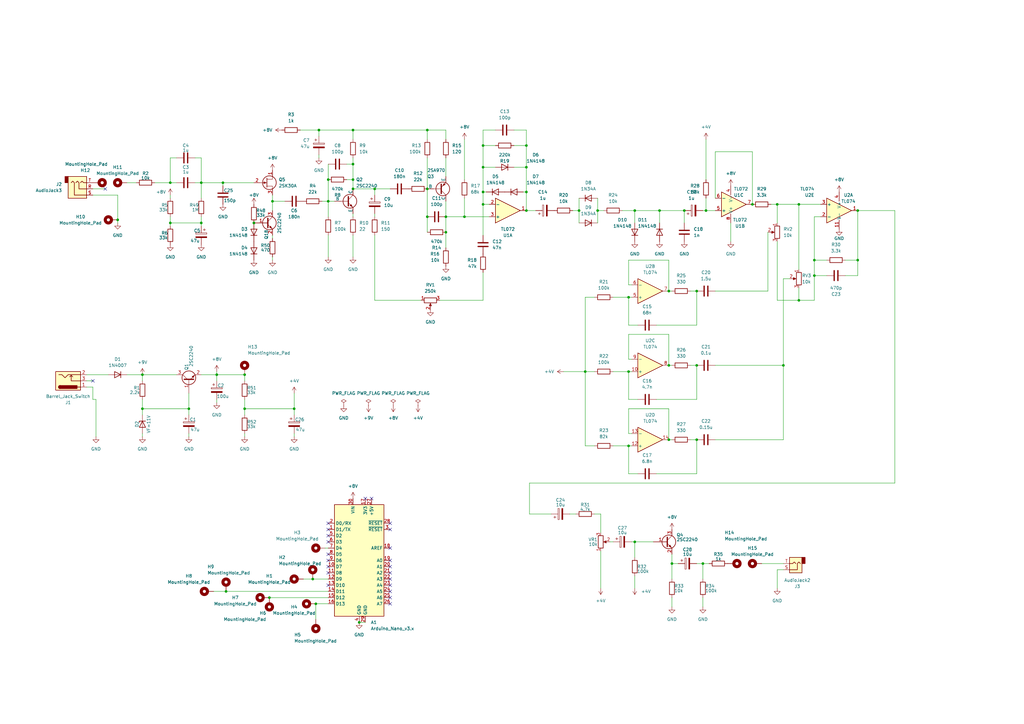
<source format=kicad_sch>
(kicad_sch (version 20230121) (generator eeschema)
  (paper "A3")
  (junction (at 92.71 242.57))
  (junction (at 351.79 106.68))
  (junction (at 147.32 255.27))
  (junction (at 334.01 113.03))
  (junction (at 104.14 91.44))
  (junction (at 69.85 91.44))
  (junction (at 308.61 83.82))
  (junction (at 91.44 74.93))
  (junction (at 321.31 149.86))
  (junction (at 215.9 78.74))
  (junction (at 82.55 91.44))
  (junction (at 240.03 152.4))
  (junction (at 198.12 59.69))
  (junction (at 285.75 119.38))
  (junction (at 215.9 68.58))
  (junction (at 100.33 153.67))
  (junction (at 82.55 74.93))
  (junction (at 274.32 180.34))
  (junction (at 129.54 247.65))
  (junction (at 280.67 86.36))
  (junction (at 289.56 86.36))
  (junction (at 274.32 149.86))
  (junction (at 275.59 231.14))
  (junction (at 144.78 77.47))
  (junction (at 175.26 88.9))
  (junction (at 128.27 237.49))
  (junction (at 327.66 123.19))
  (junction (at 318.77 83.82))
  (junction (at 144.78 53.34))
  (junction (at 327.66 83.82))
  (junction (at 134.62 82.55))
  (junction (at 334.01 106.68))
  (junction (at 274.32 119.38))
  (junction (at 285.75 149.86))
  (junction (at 130.81 53.34))
  (junction (at 111.76 82.55))
  (junction (at 110.49 245.11))
  (junction (at 190.5 88.9))
  (junction (at 237.49 86.36))
  (junction (at 69.85 74.93))
  (junction (at 285.75 180.34))
  (junction (at 144.78 73.66))
  (junction (at 100.33 167.64))
  (junction (at 257.81 152.4))
  (junction (at 88.9 153.67))
  (junction (at 257.81 182.88))
  (junction (at 260.35 222.25))
  (junction (at 215.9 86.36))
  (junction (at 175.26 77.47))
  (junction (at 215.9 59.69))
  (junction (at 120.65 167.64))
  (junction (at 288.29 231.14))
  (junction (at 58.42 153.67))
  (junction (at 153.67 77.47))
  (junction (at 77.47 167.64))
  (junction (at 58.42 167.64))
  (junction (at 245.11 86.36))
  (junction (at 182.88 95.25))
  (junction (at 198.12 83.82))
  (junction (at 175.26 53.34))
  (junction (at 198.12 78.74))
  (junction (at 270.51 86.36))
  (junction (at 134.62 73.66))
  (junction (at 182.88 88.9))
  (junction (at 48.26 90.17))
  (junction (at 198.12 68.58))
  (junction (at 257.81 121.92))
  (junction (at 144.78 67.31))
  (junction (at 351.79 86.36))
  (junction (at 260.35 86.36))
  (no_connect (at 134.62 217.17))
  (no_connect (at 160.02 214.63))
  (no_connect (at 149.86 204.47))
  (no_connect (at 160.02 229.87))
  (no_connect (at 134.62 222.25))
  (no_connect (at 160.02 245.11))
  (no_connect (at 134.62 214.63))
  (no_connect (at 134.62 232.41))
  (no_connect (at 134.62 219.71))
  (no_connect (at 160.02 240.03))
  (no_connect (at 134.62 234.95))
  (no_connect (at 160.02 224.79))
  (no_connect (at 134.62 240.03))
  (no_connect (at 160.02 234.95))
  (no_connect (at 134.62 227.33))
  (no_connect (at 38.1 156.21))
  (no_connect (at 160.02 232.41))
  (no_connect (at 160.02 247.65))
  (no_connect (at 160.02 242.57))
  (no_connect (at 43.18 77.47))
  (no_connect (at 160.02 217.17))
  (no_connect (at 160.02 237.49))
  (no_connect (at 134.62 229.87))
  (no_connect (at 152.4 204.47))
  (wire (pts (xy 280.67 86.36) (xy 280.67 91.44)))
  (wire (pts (xy 153.67 77.47) (xy 153.67 80.01)))
  (wire (pts (xy 240.03 152.4) (xy 240.03 121.92)))
  (wire (pts (xy 144.78 73.66) (xy 144.78 77.47)))
  (wire (pts (xy 111.76 96.52) (xy 111.76 97.79)))
  (wire (pts (xy 142.24 67.31) (xy 144.78 67.31)))
  (wire (pts (xy 288.29 231.14) (xy 290.83 231.14)))
  (wire (pts (xy 87.63 242.57) (xy 92.71 242.57)))
  (wire (pts (xy 35.56 156.21) (xy 38.1 156.21)))
  (wire (pts (xy 58.42 167.64) (xy 58.42 170.18)))
  (wire (pts (xy 215.9 68.58) (xy 215.9 78.74)))
  (wire (pts (xy 236.22 210.82) (xy 233.68 210.82)))
  (wire (pts (xy 69.85 74.93) (xy 72.39 74.93)))
  (wire (pts (xy 240.03 182.88) (xy 243.84 182.88)))
  (wire (pts (xy 214.63 78.74) (xy 215.9 78.74)))
  (wire (pts (xy 210.82 68.58) (xy 215.9 68.58)))
  (wire (pts (xy 38.1 80.01) (xy 48.26 80.01)))
  (wire (pts (xy 257.81 182.88) (xy 259.08 182.88)))
  (wire (pts (xy 100.33 170.18) (xy 100.33 167.64)))
  (wire (pts (xy 210.82 59.69) (xy 215.9 59.69)))
  (wire (pts (xy 288.29 86.36) (xy 289.56 86.36)))
  (wire (pts (xy 339.09 113.03) (xy 334.01 113.03)))
  (wire (pts (xy 260.35 86.36) (xy 270.51 86.36)))
  (wire (pts (xy 175.26 77.47) (xy 175.26 88.9)))
  (wire (pts (xy 278.13 231.14) (xy 275.59 231.14)))
  (wire (pts (xy 38.1 77.47) (xy 43.18 77.47)))
  (wire (pts (xy 312.42 231.14) (xy 321.31 231.14)))
  (wire (pts (xy 91.44 76.2) (xy 91.44 74.93)))
  (wire (pts (xy 142.24 73.66) (xy 144.78 73.66)))
  (wire (pts (xy 72.39 153.67) (xy 58.42 153.67)))
  (wire (pts (xy 52.07 74.93) (xy 55.88 74.93)))
  (wire (pts (xy 153.67 77.47) (xy 160.02 77.47)))
  (wire (pts (xy 257.81 133.35) (xy 257.81 121.92)))
  (wire (pts (xy 111.76 105.41) (xy 111.76 106.68)))
  (wire (pts (xy 257.81 177.8) (xy 259.08 177.8)))
  (wire (pts (xy 129.54 247.65) (xy 134.62 247.65)))
  (wire (pts (xy 144.78 64.77) (xy 144.78 67.31)))
  (wire (pts (xy 321.31 180.34) (xy 321.31 149.86)))
  (wire (pts (xy 261.62 194.31) (xy 257.81 194.31)))
  (wire (pts (xy 257.81 116.84) (xy 259.08 116.84)))
  (wire (pts (xy 58.42 179.07) (xy 58.42 177.8)))
  (wire (pts (xy 237.49 86.36) (xy 237.49 91.44)))
  (wire (pts (xy 293.37 180.34) (xy 321.31 180.34)))
  (wire (pts (xy 270.51 86.36) (xy 280.67 86.36)))
  (wire (pts (xy 129.54 247.65) (xy 129.54 254)))
  (wire (pts (xy 130.81 63.5) (xy 130.81 64.77)))
  (wire (pts (xy 288.29 231.14) (xy 288.29 237.49)))
  (wire (pts (xy 120.65 167.64) (xy 120.65 170.18)))
  (wire (pts (xy 274.32 167.64) (xy 257.81 167.64)))
  (wire (pts (xy 257.81 147.32) (xy 259.08 147.32)))
  (wire (pts (xy 200.66 88.9) (xy 190.5 88.9)))
  (wire (pts (xy 215.9 59.69) (xy 215.9 68.58)))
  (wire (pts (xy 100.33 177.8) (xy 100.33 179.07)))
  (wire (pts (xy 77.47 161.29) (xy 77.47 167.64)))
  (wire (pts (xy 175.26 53.34) (xy 144.78 53.34)))
  (wire (pts (xy 190.5 81.28) (xy 190.5 88.9)))
  (wire (pts (xy 69.85 88.9) (xy 69.85 91.44)))
  (wire (pts (xy 203.2 53.34) (xy 198.12 53.34)))
  (wire (pts (xy 257.81 167.64) (xy 257.81 177.8)))
  (wire (pts (xy 182.88 57.15) (xy 182.88 53.34)))
  (wire (pts (xy 327.66 123.19) (xy 318.77 123.19)))
  (wire (pts (xy 245.11 86.36) (xy 245.11 91.44)))
  (wire (pts (xy 82.55 74.93) (xy 91.44 74.93)))
  (wire (pts (xy 275.59 227.33) (xy 275.59 231.14)))
  (wire (pts (xy 128.27 237.49) (xy 134.62 237.49)))
  (wire (pts (xy 269.24 194.31) (xy 285.75 194.31)))
  (wire (pts (xy 261.62 163.83) (xy 257.81 163.83)))
  (wire (pts (xy 134.62 82.55) (xy 134.62 88.9)))
  (wire (pts (xy 200.66 83.82) (xy 198.12 83.82)))
  (wire (pts (xy 120.65 179.07) (xy 120.65 177.8)))
  (wire (pts (xy 124.46 237.49) (xy 128.27 237.49)))
  (wire (pts (xy 318.77 123.19) (xy 318.77 99.06)))
  (wire (pts (xy 314.96 95.25) (xy 314.96 119.38)))
  (wire (pts (xy 182.88 95.25) (xy 182.88 101.6)))
  (wire (pts (xy 255.27 86.36) (xy 260.35 86.36)))
  (wire (pts (xy 240.03 121.92) (xy 243.84 121.92)))
  (wire (pts (xy 82.55 91.44) (xy 69.85 91.44)))
  (wire (pts (xy 243.84 152.4) (xy 240.03 152.4)))
  (wire (pts (xy 250.19 222.25) (xy 251.46 222.25)))
  (wire (pts (xy 260.35 222.25) (xy 260.35 228.6)))
  (wire (pts (xy 351.79 86.36) (xy 367.03 86.36)))
  (wire (pts (xy 283.21 149.86) (xy 285.75 149.86)))
  (wire (pts (xy 293.37 81.28) (xy 293.37 62.23)))
  (wire (pts (xy 283.21 180.34) (xy 285.75 180.34)))
  (wire (pts (xy 257.81 106.68) (xy 257.81 116.84)))
  (wire (pts (xy 198.12 59.69) (xy 198.12 68.58)))
  (wire (pts (xy 82.55 91.44) (xy 82.55 92.71)))
  (wire (pts (xy 234.95 86.36) (xy 237.49 86.36)))
  (wire (pts (xy 134.62 73.66) (xy 134.62 82.55)))
  (wire (pts (xy 198.12 59.69) (xy 203.2 59.69)))
  (wire (pts (xy 261.62 133.35) (xy 257.81 133.35)))
  (wire (pts (xy 35.56 153.67) (xy 44.45 153.67)))
  (wire (pts (xy 52.07 153.67) (xy 58.42 153.67)))
  (wire (pts (xy 48.26 80.01) (xy 48.26 90.17)))
  (wire (pts (xy 334.01 106.68) (xy 339.09 106.68)))
  (wire (pts (xy 289.56 57.15) (xy 289.56 73.66)))
  (wire (pts (xy 175.26 53.34) (xy 175.26 57.15)))
  (wire (pts (xy 257.81 163.83) (xy 257.81 152.4)))
  (wire (pts (xy 257.81 152.4) (xy 259.08 152.4)))
  (wire (pts (xy 82.55 64.77) (xy 82.55 74.93)))
  (wire (pts (xy 144.78 67.31) (xy 144.78 73.66)))
  (wire (pts (xy 314.96 119.38) (xy 293.37 119.38)))
  (wire (pts (xy 251.46 121.92) (xy 257.81 121.92)))
  (wire (pts (xy 327.66 123.19) (xy 327.66 118.11)))
  (wire (pts (xy 251.46 182.88) (xy 257.81 182.88)))
  (wire (pts (xy 111.76 82.55) (xy 111.76 86.36)))
  (wire (pts (xy 182.88 53.34) (xy 175.26 53.34)))
  (wire (pts (xy 82.55 74.93) (xy 82.55 81.28)))
  (wire (pts (xy 274.32 180.34) (xy 274.32 167.64)))
  (wire (pts (xy 217.17 198.12) (xy 217.17 210.82)))
  (wire (pts (xy 318.77 83.82) (xy 318.77 91.44)))
  (wire (pts (xy 260.35 86.36) (xy 260.35 91.44)))
  (wire (pts (xy 275.59 231.14) (xy 275.59 237.49)))
  (wire (pts (xy 182.88 88.9) (xy 182.88 95.25)))
  (wire (pts (xy 134.62 82.55) (xy 137.16 82.55)))
  (wire (pts (xy 190.5 57.15) (xy 190.5 73.66)))
  (wire (pts (xy 198.12 83.82) (xy 198.12 96.52)))
  (wire (pts (xy 308.61 62.23) (xy 308.61 83.82)))
  (wire (pts (xy 270.51 86.36) (xy 270.51 91.44)))
  (wire (pts (xy 88.9 152.4) (xy 88.9 153.67)))
  (wire (pts (xy 120.65 161.29) (xy 120.65 167.64)))
  (wire (pts (xy 299.72 91.44) (xy 299.72 99.06)))
  (wire (pts (xy 318.77 233.68) (xy 321.31 233.68)))
  (wire (pts (xy 323.85 114.3) (xy 321.31 114.3)))
  (wire (pts (xy 269.24 163.83) (xy 285.75 163.83)))
  (wire (pts (xy 69.85 80.01) (xy 69.85 81.28)))
  (wire (pts (xy 69.85 64.77) (xy 72.39 64.77)))
  (wire (pts (xy 215.9 78.74) (xy 215.9 86.36)))
  (wire (pts (xy 245.11 86.36) (xy 247.65 86.36)))
  (wire (pts (xy 346.71 113.03) (xy 351.79 113.03)))
  (wire (pts (xy 172.72 123.19) (xy 153.67 123.19)))
  (wire (pts (xy 198.12 68.58) (xy 198.12 78.74)))
  (wire (pts (xy 144.78 53.34) (xy 144.78 57.15)))
  (wire (pts (xy 58.42 163.83) (xy 58.42 167.64)))
  (wire (pts (xy 257.81 194.31) (xy 257.81 182.88)))
  (wire (pts (xy 246.38 210.82) (xy 246.38 218.44)))
  (wire (pts (xy 334.01 113.03) (xy 334.01 106.68)))
  (wire (pts (xy 346.71 106.68) (xy 351.79 106.68)))
  (wire (pts (xy 334.01 113.03) (xy 334.01 123.19)))
  (wire (pts (xy 198.12 53.34) (xy 198.12 59.69)))
  (wire (pts (xy 88.9 153.67) (xy 82.55 153.67)))
  (wire (pts (xy 190.5 88.9) (xy 182.88 88.9)))
  (wire (pts (xy 100.33 153.67) (xy 100.33 156.21)))
  (wire (pts (xy 38.1 163.83) (xy 39.37 163.83)))
  (wire (pts (xy 58.42 153.67) (xy 58.42 156.21)))
  (wire (pts (xy 198.12 78.74) (xy 198.12 83.82)))
  (wire (pts (xy 77.47 179.07) (xy 77.47 177.8)))
  (wire (pts (xy 240.03 152.4) (xy 240.03 182.88)))
  (wire (pts (xy 269.24 133.35) (xy 285.75 133.35)))
  (wire (pts (xy 274.32 137.16) (xy 257.81 137.16)))
  (wire (pts (xy 336.55 88.9) (xy 334.01 88.9)))
  (wire (pts (xy 283.21 119.38) (xy 285.75 119.38)))
  (wire (pts (xy 285.75 194.31) (xy 285.75 180.34)))
  (wire (pts (xy 153.67 96.52) (xy 153.67 123.19)))
  (wire (pts (xy 321.31 114.3) (xy 321.31 149.86)))
  (wire (pts (xy 134.62 67.31) (xy 134.62 73.66)))
  (wire (pts (xy 130.81 53.34) (xy 144.78 53.34)))
  (wire (pts (xy 217.17 210.82) (xy 226.06 210.82)))
  (wire (pts (xy 91.44 74.93) (xy 104.14 74.93)))
  (wire (pts (xy 147.32 255.27) (xy 149.86 255.27)))
  (wire (pts (xy 82.55 88.9) (xy 82.55 91.44)))
  (wire (pts (xy 274.32 149.86) (xy 275.59 149.86)))
  (wire (pts (xy 182.88 82.55) (xy 182.88 88.9)))
  (wire (pts (xy 260.35 222.25) (xy 267.97 222.25)))
  (wire (pts (xy 251.46 152.4) (xy 257.81 152.4)))
  (wire (pts (xy 231.14 152.4) (xy 240.03 152.4)))
  (wire (pts (xy 175.26 88.9) (xy 175.26 95.25)))
  (wire (pts (xy 289.56 86.36) (xy 293.37 86.36)))
  (wire (pts (xy 274.32 119.38) (xy 274.32 106.68)))
  (wire (pts (xy 132.08 82.55) (xy 134.62 82.55)))
  (wire (pts (xy 144.78 96.52) (xy 144.78 105.41)))
  (wire (pts (xy 134.62 96.52) (xy 134.62 105.41)))
  (wire (pts (xy 334.01 123.19) (xy 327.66 123.19)))
  (wire (pts (xy 246.38 226.06) (xy 246.38 241.3)))
  (wire (pts (xy 327.66 83.82) (xy 336.55 83.82)))
  (wire (pts (xy 257.81 121.92) (xy 259.08 121.92)))
  (wire (pts (xy 351.79 113.03) (xy 351.79 106.68)))
  (wire (pts (xy 80.01 74.93) (xy 82.55 74.93)))
  (wire (pts (xy 210.82 53.34) (xy 215.9 53.34)))
  (wire (pts (xy 318.77 83.82) (xy 327.66 83.82)))
  (wire (pts (xy 82.55 64.77) (xy 80.01 64.77)))
  (wire (pts (xy 260.35 236.22) (xy 260.35 241.3)))
  (wire (pts (xy 245.11 81.28) (xy 245.11 86.36)))
  (wire (pts (xy 285.75 231.14) (xy 288.29 231.14)))
  (wire (pts (xy 259.08 222.25) (xy 260.35 222.25)))
  (wire (pts (xy 288.29 245.11) (xy 288.29 248.92)))
  (wire (pts (xy 39.37 163.83) (xy 39.37 179.07)))
  (wire (pts (xy 182.88 64.77) (xy 182.88 72.39)))
  (wire (pts (xy 243.84 210.82) (xy 246.38 210.82)))
  (wire (pts (xy 351.79 86.36) (xy 351.79 106.68)))
  (wire (pts (xy 257.81 137.16) (xy 257.81 147.32)))
  (wire (pts (xy 111.76 82.55) (xy 116.84 82.55)))
  (wire (pts (xy 69.85 64.77) (xy 69.85 74.93)))
  (wire (pts (xy 198.12 111.76) (xy 198.12 123.19)))
  (wire (pts (xy 215.9 86.36) (xy 219.71 86.36)))
  (wire (pts (xy 293.37 62.23) (xy 308.61 62.23)))
  (wire (pts (xy 275.59 245.11) (xy 275.59 248.92)))
  (wire (pts (xy 367.03 86.36) (xy 367.03 198.12)))
  (wire (pts (xy 274.32 149.86) (xy 274.32 137.16)))
  (wire (pts (xy 318.77 241.3) (xy 318.77 233.68)))
  (wire (pts (xy 48.26 91.44) (xy 48.26 90.17)))
  (wire (pts (xy 274.32 119.38) (xy 275.59 119.38)))
  (wire (pts (xy 130.81 53.34) (xy 130.81 55.88)))
  (wire (pts (xy 144.78 77.47) (xy 153.67 77.47)))
  (wire (pts (xy 77.47 167.64) (xy 77.47 170.18)))
  (wire (pts (xy 198.12 78.74) (xy 199.39 78.74)))
  (wire (pts (xy 327.66 83.82) (xy 327.66 110.49)))
  (wire (pts (xy 274.32 180.34) (xy 275.59 180.34)))
  (wire (pts (xy 215.9 53.34) (xy 215.9 59.69)))
  (wire (pts (xy 334.01 88.9) (xy 334.01 106.68)))
  (wire (pts (xy 38.1 158.75) (xy 35.56 158.75)))
  (wire (pts (xy 293.37 149.86) (xy 321.31 149.86)))
  (wire (pts (xy 237.49 81.28) (xy 237.49 86.36)))
  (wire (pts (xy 38.1 163.83) (xy 38.1 158.75)))
  (wire (pts (xy 92.71 242.57) (xy 134.62 242.57)))
  (wire (pts (xy 133.35 224.79) (xy 134.62 224.79)))
  (wire (pts (xy 198.12 68.58) (xy 203.2 68.58)))
  (wire (pts (xy 274.32 106.68) (xy 257.81 106.68)))
  (wire (pts (xy 198.12 123.19) (xy 180.34 123.19)))
  (wire (pts (xy 285.75 133.35) (xy 285.75 119.38)))
  (wire (pts (xy 69.85 91.44) (xy 69.85 92.71)))
  (wire (pts (xy 123.19 53.34) (xy 130.81 53.34)))
  (wire (pts (xy 285.75 163.83) (xy 285.75 149.86)))
  (wire (pts (xy 367.03 198.12) (xy 217.17 198.12)))
  (wire (pts (xy 111.76 82.55) (xy 111.76 80.01)))
  (wire (pts (xy 175.26 64.77) (xy 175.26 77.47)))
  (wire (pts (xy 88.9 153.67) (xy 100.33 153.67)))
  (wire (pts (xy 63.5 74.93) (xy 69.85 74.93)))
  (wire (pts (xy 316.23 83.82) (xy 318.77 83.82)))
  (wire (pts (xy 88.9 163.83) (xy 88.9 165.1)))
  (wire (pts (xy 144.78 87.63) (xy 144.78 88.9)))
  (wire (pts (xy 120.65 167.64) (xy 100.33 167.64)))
  (wire (pts (xy 153.67 87.63) (xy 153.67 88.9)))
  (wire (pts (xy 88.9 153.67) (xy 88.9 156.21)))
  (wire (pts (xy 289.56 81.28) (xy 289.56 86.36)))
  (wire (pts (xy 58.42 167.64) (xy 77.47 167.64)))
  (wire (pts (xy 100.33 163.83) (xy 100.33 167.64)))
  (wire (pts (xy 110.49 245.11) (xy 134.62 245.11)))
  (symbol (lib_id "Device:R") (at 294.64 231.14 90) (unit 1)
    (property "Reference" "R35" (at 294.64 227.33 90))
    (property "Value" "1k" (at 294.64 229.235 90))
    (property "Footprint" "Resistor_THT:R_Axial_DIN0207_L6.3mm_D2.5mm_P7.62mm_Horizontal" (effects hide))
  )
  (symbol (lib_id "Device:R") (at 138.43 73.66 90) (mirror x) (unit 1)
    (property "Reference" "R8" (at 138.43 80.01 90))
    (property "Value" "470k" (at 138.43 77.47 90))
    (property "Footprint" "Resistor_THT:R_Axial_DIN0207_L6.3mm_D2.5mm_P7.62mm_Horizontal" (effects hide))
  )
  (symbol (lib_id "Connector:Barrel_Jack_Switch") (at 27.94 156.21 0) (mirror x) (unit 1)
    (property "Reference" "J1" (at 27.94 165.1 0))
    (property "Value" "Barrel_Jack_Switch" (at 27.94 162.56 0))
    (property "Footprint" "Connector_BarrelJack:BarrelJack_Effector" (effects hide))
  )
  (symbol (lib_id "power:GND") (at 39.37 179.07 0) (unit 1)
    (property "Reference" "#PWR06" (effects hide))
    (property "Value" "GND" (at 39.37 184.15 0))
  )
  (symbol (lib_id "Mechanical:MountingHole_Pad") (at 92.71 240.03 0) (unit 1)
    (property "Reference" "H9" (at 85.09 232.41 0) (effects (justify left)))
    (property "Value" "MountingHole_Pad" (at 85.09 234.95 0) (effects (justify left)))
    (property "Footprint" "MountingHole:MountingHole_2.2mm_M2_Pad" (effects hide))
  )
  (symbol (lib_id "Device:R") (at 153.67 92.71 180) (unit 1)
    (property "Reference" "R11" (at 156.21 91.44 0) (effects (justify right)))
    (property "Value" "150" (at 156.21 93.98 0) (effects (justify right)))
    (property "Footprint" "Resistor_THT:R_Axial_DIN0207_L6.3mm_D2.5mm_P7.62mm_Horizontal" (effects hide))
  )
  (symbol (lib_id "Device:D") (at 241.3 91.44 180) (unit 1)
    (property "Reference" "D9" (at 241.3 85.09 0))
    (property "Value" "1N34A" (at 241.3 87.63 0))
    (property "Footprint" "Diode_THT:D_DO-35_SOD27_P7.62mm_Horizontal" (effects hide))
    (property "Sim.Device" "D" (effects hide))
    (property "Sim.Pins" "1=K 2=A" (effects hide))
  )
  (symbol (lib_id "Device:D") (at 241.3 81.28 0) (unit 1)
    (property "Reference" "D8" (at 241.3 74.93 0))
    (property "Value" "1N34A" (at 241.3 77.47 0))
    (property "Footprint" "Diode_THT:D_DO-35_SOD27_P7.62mm_Horizontal" (effects hide))
    (property "Sim.Device" "D" (effects hide))
    (property "Sim.Pins" "1=K 2=A" (effects hide))
  )
  (symbol (lib_id "power:GND") (at 299.72 99.06 0) (unit 1)
    (property "Reference" "#PWR026" (effects hide))
    (property "Value" "GND" (at 299.72 104.14 0))
  )
  (symbol (lib_id "Connector_Audio:AudioJack2") (at 326.39 231.14 180) (unit 1)
    (property "Reference" "J3" (at 327.025 240.5156 0))
    (property "Value" "AudioJack2" (at 327.025 237.9756 0))
    (property "Footprint" "Connector_Audio:Jack_6.35mm_Neutrik_NMJ6HCD2_Horizontal" (effects hide))
  )
  (symbol (lib_id "Device:R") (at 190.5 77.47 180) (unit 1)
    (property "Reference" "R17" (at 193.04 76.2 0) (effects (justify right)))
    (property "Value" "68k" (at 193.04 78.74 0) (effects (justify right)))
    (property "Footprint" "Resistor_THT:R_Axial_DIN0207_L6.3mm_D2.5mm_P7.62mm_Horizontal" (effects hide))
  )
  (symbol (lib_id "power:GND") (at 48.26 91.44 0) (unit 1)
    (property "Reference" "#PWR02" (effects hide))
    (property "Value" "GND" (at 48.26 96.52 0))
  )
  (symbol (lib_id "Simulation_SPICE:PNP") (at 180.34 77.47 0) (mirror x) (unit 1)
    (property "Reference" "Q3" (at 175.26 72.39 0) (effects (justify left)))
    (property "Value" "2SA970" (at 175.26 69.85 0) (effects (justify left)))
    (property "Footprint" "Package_TO_SOT_THT:TO-92_231" (effects hide))
    (property "Sim.Device" "PNP" (effects hide))
    (property "Sim.Type" "GUMMELPOON" (effects hide))
    (property "Sim.Pins" "1=C 2=B 3=E" (effects hide))
  )
  (symbol (lib_id "Mechanical:MountingHole_Pad") (at 40.64 74.93 270) (unit 1)
    (property "Reference" "H12" (at 33.02 69.85 90) (effects (justify left)))
    (property "Value" "MountingHole_Pad" (at 26.67 67.31 90) (effects (justify left)))
    (property "Footprint" "MountingHole:MountingHole_2.2mm_M2_Pad" (effects hide))
  )
  (symbol (lib_id "Device:D") (at 104.14 102.87 270) (mirror x) (unit 1)
    (property "Reference" "D4" (at 101.6 101.6 90) (effects (justify right)))
    (property "Value" "1N4148" (at 101.6 104.14 90) (effects (justify right)))
    (property "Footprint" "Diode_THT:D_DO-35_SOD27_P7.62mm_Horizontal" (effects hide))
    (property "Sim.Device" "D" (effects hide))
    (property "Sim.Pins" "1=K 2=A" (effects hide))
  )
  (symbol (lib_name "+4V_1") (lib_id "power:+4V") (at 260.35 241.3 180) (unit 1)
    (property "Reference" "#PWR031" (effects hide))
    (property "Value" "+4V" (at 262.89 242.57 0) (effects (justify right)))
  )
  (symbol (lib_id "Device:C") (at 163.83 77.47 90) (unit 1)
    (property "Reference" "C10" (at 163.83 69.85 90))
    (property "Value" "180n" (at 163.83 72.39 90))
    (property "Footprint" "Capacitor_THT:C_Rect_L8.5mm_W5.5mm_P5.00mm_FKS2_FKP2_MKS2_MKP2" (effects hide))
  )
  (symbol (lib_name "+8V_1") (lib_id "power:+8V") (at 111.76 69.85 0) (unit 1)
    (property "Reference" "#PWR042" (effects hide))
    (property "Value" "+8V" (at 111.76 64.77 0))
  )
  (symbol (lib_id "Mechanical:MountingHole_Pad") (at 121.92 237.49 90) (unit 1)
    (property "Reference" "H1" (at 110.49 236.22 90))
    (property "Value" "MountingHole_Pad" (at 110.49 238.76 90))
    (property "Footprint" "MountingHole:MountingHole_2.2mm_M2_Pad" (effects hide))
  )
  (symbol (lib_id "Device:R") (at 182.88 105.41 0) (mirror x) (unit 1)
    (property "Reference" "R16" (at 180.34 104.14 0) (effects (justify right)))
    (property "Value" "10k" (at 180.34 106.68 0) (effects (justify right)))
    (property "Footprint" "Resistor_THT:R_Axial_DIN0207_L6.3mm_D2.5mm_P7.62mm_Horizontal" (effects hide))
  )
  (symbol (lib_id "Device:R") (at 104.14 87.63 0) (mirror x) (unit 1)
    (property "Reference" "R48" (at 106.9975 86.36 0))
    (property "Value" "33k" (at 106.9975 88.265 0))
    (property "Footprint" "Resistor_THT:R_Axial_DIN0207_L6.3mm_D2.5mm_P7.62mm_Horizontal" (effects hide))
  )
  (symbol (lib_id "Device:Q_NPN_BEC") (at 273.05 222.25 0) (unit 1)
    (property "Reference" "Q4" (at 277.495 219.3925 0) (effects (justify left)))
    (property "Value" "2SC2240" (at 277.495 221.2975 0) (effects (justify left)))
    (property "Footprint" "Package_TO_SOT_THT:TO-92_231" (effects hide))
    (property "Datasheet" "DG" (effects hide))
  )
  (symbol (lib_id "power:GND") (at 77.47 179.07 0) (unit 1)
    (property "Reference" "#PWR08" (effects hide))
    (property "Value" "GND" (at 77.47 184.15 0))
  )
  (symbol (lib_id "power:GND") (at 140.97 166.37 0) (unit 1)
    (property "Reference" "#PWR033" (effects hide))
    (property "Value" "GND" (at 140.97 171.45 0))
  )
  (symbol (lib_id "MCU_Module:Arduino_Nano_v3.x") (at 147.32 229.87 0) (unit 1)
    (property "Reference" "A1" (at 152.0541 255.27 0) (effects (justify left)))
    (property "Value" "Arduino_Nano_v3.x" (at 152.0541 257.81 0) (effects (justify left)))
    (property "Footprint" "Module:Arduino_Nano" (effects hide))
    (property "Datasheet" "http://www.mouser.com/pdfdocs/Gravitech_Arduino_Nano3_0.pdf" (effects hide))
  )
  (symbol (lib_id "Device:C") (at 120.65 82.55 90) (unit 1)
    (property "Reference" "C6" (at 120.65 86.36 90))
    (property "Value" "180n" (at 120.65 88.9 90))
    (property "Footprint" "Capacitor_THT:C_Rect_L8.5mm_W5.5mm_P5.00mm_FKS2_FKP2_MKS2_MKP2" (effects hide))
  )
  (symbol (lib_id "power:GND") (at 88.9 165.1 0) (unit 1)
    (property "Reference" "#PWR021" (effects hide))
    (property "Value" "GND" (at 88.9 170.18 0))
  )
  (symbol (lib_id "Device:C") (at 280.67 95.25 0) (unit 1)
    (property "Reference" "C18" (at 284.48 93.98 0) (effects (justify left)))
    (property "Value" "1n" (at 284.48 96.52 0) (effects (justify left)))
    (property "Footprint" "Capacitor_THT:C_Rect_L6.0mm_W3.0mm_P3.50mm_MKS02_FKP02" (effects hide))
  )
  (symbol (lib_id "Device:R") (at 100.33 173.99 0) (unit 1)
    (property "Reference" "R52" (at 101.2825 173.0375 0) (effects (justify left)))
    (property "Value" "33k" (at 101.2825 174.9425 0) (effects (justify left)))
    (property "Footprint" "Resistor_THT:R_Axial_DIN0207_L6.3mm_D2.5mm_P7.62mm_Horizontal" (effects hide))
  )
  (symbol (lib_id "power:GND") (at 91.44 83.82 0) (unit 1)
    (property "Reference" "#PWR034" (effects hide))
    (property "Value" "GND" (at 91.44 88.9 0))
  )
  (symbol (lib_id "Device:R") (at 100.33 160.02 0) (unit 1)
    (property "Reference" "R51" (at 101.2825 159.0675 0) (effects (justify left)))
    (property "Value" "33k" (at 101.2825 160.9725 0) (effects (justify left)))
    (property "Footprint" "Resistor_THT:R_Axial_DIN0207_L6.3mm_D2.5mm_P7.62mm_Horizontal" (effects hide))
  )
  (symbol (lib_id "power:GND") (at 176.53 127 0) (unit 1)
    (property "Reference" "#PWR015" (effects hide))
    (property "Value" "GND" (at 176.53 132.08 0))
  )
  (symbol (lib_id "power:GND") (at 58.42 179.07 0) (unit 1)
    (property "Reference" "#PWR07" (effects hide))
    (property "Value" "GND" (at 58.42 184.15 0))
  )
  (symbol (lib_id "power:+9V") (at 151.13 166.37 180) (unit 1)
    (property "Reference" "#PWR036" (effects hide))
    (property "Value" "+9V" (at 151.13 171.45 0))
  )
  (symbol (lib_id "power:GND") (at 134.62 105.41 0) (unit 1)
    (property "Reference" "#PWR013" (effects hide))
    (property "Value" "GND" (at 134.62 110.49 0))
  )
  (symbol (lib_id "Device:C_Polarized") (at 284.48 86.36 90) (unit 1)
    (property "Reference" "C19" (at 283.591 78.74 90))
    (property "Value" "1u" (at 283.591 81.28 90))
    (property "Footprint" "Capacitor_THT:CP_Radial_D5.0mm_P2.00mm" (effects hide))
  )
  (symbol (lib_name "+8V_1") (lib_id "power:+8V") (at 144.78 204.47 0) (unit 1)
    (property "Reference" "#PWR046" (effects hide))
    (property "Value" "+8V" (at 144.78 199.39 0))
  )
  (symbol (lib_id "Mechanical:MountingHole_Pad") (at 300.99 231.14 270) (unit 1)
    (property "Reference" "H14" (at 297.18 218.44 90) (effects (justify left)))
    (property "Value" "MountingHole_Pad" (at 297.18 220.98 90) (effects (justify left)))
    (property "Footprint" "MountingHole:MountingHole_2.2mm_M2_Pad" (effects hide))
  )
  (symbol (lib_id "Device:D") (at 260.35 95.25 90) (unit 1)
    (property "Reference" "D10" (at 255.27 90.17 90))
    (property "Value" "1N4148" (at 255.27 92.71 90))
    (property "Footprint" "Diode_THT:D_DO-35_SOD27_P7.62mm_Horizontal" (effects hide))
    (property "Sim.Device" "D" (effects hide))
    (property "Sim.Pins" "1=K 2=A" (effects hide))
  )
  (symbol (lib_id "power:GND") (at 270.51 99.06 0) (unit 1)
    (property "Reference" "#PWR022" (effects hide))
    (property "Value" "GND" (at 270.51 104.14 0))
  )
  (symbol (lib_id "Device:R") (at 111.76 101.6 0) (mirror y) (unit 1)
    (property "Reference" "R50" (at 110.8075 100.6475 0) (effects (justify left)))
    (property "Value" "470" (at 110.8075 102.5525 0) (effects (justify left)))
    (property "Footprint" "Resistor_THT:R_Axial_DIN0207_L6.3mm_D2.5mm_P7.62mm_Horizontal" (effects hide))
  )
  (symbol (lib_id "Amplifier_Operational:TL074") (at 266.7 149.86 0) (mirror x) (unit 3)
    (property "Reference" "U2" (at 266.7 139.7 0))
    (property "Value" "TL074" (at 266.7 142.24 0))
    (property "Footprint" "Package_DIP:DIP-14_W7.62mm_LongPads" (effects hide))
    (property "Datasheet" "http://www.ti.com/lit/ds/symlink/tl071.pdf" (effects hide))
  )
  (symbol (lib_id "Device:R") (at 279.4 149.86 90) (unit 1)
    (property "Reference" "R26" (at 279.4 143.51 90))
    (property "Value" "330" (at 279.4 146.05 90))
    (property "Footprint" "Resistor_THT:R_Axial_DIN0207_L6.3mm_D2.5mm_P7.62mm_Horizontal" (effects hide))
  )
  (symbol (lib_id "Device:R_Potentiometer") (at 246.38 222.25 0) (mirror x) (unit 1)
    (property "Reference" "VR1" (at 245.11 221.2975 0) (effects (justify right)))
    (property "Value" "10k" (at 245.11 223.2025 0) (effects (justify right)))
    (property "Footprint" "Potentiometer_THT:Potentiometer_RD9" (effects hide))
  )
  (symbol (lib_id "power:PWR_FLAG") (at 140.97 166.37 0) (unit 1)
    (property "Reference" "#FLG01" (effects hide))
    (property "Value" "PWR_FLAG" (at 140.97 161.29 0))
  )
  (symbol (lib_id "Device:R") (at 179.07 95.25 90) (mirror x) (unit 1)
    (property "Reference" "R14" (at 179.07 101.6 90))
    (property "Value" "470k" (at 179.07 99.06 90))
    (property "Footprint" "Resistor_THT:R_Axial_DIN0207_L6.3mm_D2.5mm_P7.62mm_Horizontal" (effects hide))
  )
  (symbol (lib_name "+8V_1") (lib_id "power:+8V") (at 299.72 76.2 0) (unit 1)
    (property "Reference" "#PWR025" (effects hide))
    (property "Value" "+8V" (at 299.72 71.12 0))
  )
  (symbol (lib_name "+8V_1") (lib_id "power:+8V") (at 161.29 166.37 180) (unit 1)
    (property "Reference" "#PWR037" (effects hide))
    (property "Value" "+8V" (at 161.29 171.45 0))
  )
  (symbol (lib_id "Device:C_Polarized") (at 88.9 160.02 0) (unit 1)
    (property "Reference" "C2" (at 89.2175 158.115 0) (effects (justify left)))
    (property "Value" "100u" (at 88.9 162.56 0) (effects (justify left)))
    (property "Footprint" "Capacitor_THT:CP_Radial_D10.0mm_P5.00mm" (effects hide))
  )
  (symbol (lib_id "Device:D") (at 210.82 78.74 0) (unit 1)
    (property "Reference" "D7" (at 219.71 72.39 0))
    (property "Value" "1N4148" (at 219.71 74.93 0))
    (property "Footprint" "Diode_THT:D_DO-35_SOD27_P7.62mm_Horizontal" (effects hide))
    (property "Sim.Device" "D" (effects hide))
    (property "Sim.Pins" "1=K 2=A" (effects hide))
  )
  (symbol (lib_id "Device:R") (at 198.12 107.95 0) (mirror x) (unit 1)
    (property "Reference" "R18" (at 195.58 106.68 0) (effects (justify right)))
    (property "Value" "47k" (at 195.58 109.22 0) (effects (justify right)))
    (property "Footprint" "Resistor_THT:R_Axial_DIN0207_L6.3mm_D2.5mm_P7.62mm_Horizontal" (effects hide))
  )
  (symbol (lib_id "Mechanical:MountingHole_Pad") (at 129.54 256.54 180) (unit 1)
    (property "Reference" "H5" (at 120.65 260.35 0) (effects (justify right)))
    (property "Value" "MountingHole_Pad" (at 120.65 262.89 0) (effects (justify right)))
    (property "Footprint" "MountingHole:MountingHole_2.2mm_M2_Pad" (effects hide))
  )
  (symbol (lib_id "Device:D") (at 270.51 95.25 270) (unit 1)
    (property "Reference" "D11" (at 261.62 90.17 90) (effects (justify left)))
    (property "Value" "1N4148" (at 261.62 92.71 90) (effects (justify left)))
    (property "Footprint" "Diode_THT:D_DO-35_SOD27_P7.62mm_Horizontal" (effects hide))
    (property "Sim.Device" "D" (effects hide))
    (property "Sim.Pins" "1=K 2=A" (effects hide))
  )
  (symbol (lib_id "power:GND") (at 280.67 99.06 0) (unit 1)
    (property "Reference" "#PWR023" (effects hide))
    (property "Value" "GND" (at 280.67 104.14 0))
  )
  (symbol (lib_id "power:GND") (at 147.32 255.27 0) (unit 1)
    (property "Reference" "#PWR045" (effects hide))
    (property "Value" "GND" (at 147.32 260.35 0))
  )
  (symbol (lib_id "Mechanical:MountingHole_Pad") (at 85.09 242.57 90) (unit 1)
    (property "Reference" "H8" (at 77.47 236.22 90))
    (property "Value" "MountingHole_Pad" (at 77.47 238.76 90))
    (property "Footprint" "MountingHole:MountingHole_2.2mm_M2_Pad" (effects hide))
  )
  (symbol (lib_id "Device:R") (at 247.65 152.4 90) (unit 1)
    (property "Reference" "R22" (at 247.65 146.05 90))
    (property "Value" "100k" (at 247.65 148.59 90))
    (property "Footprint" "Resistor_THT:R_Axial_DIN0207_L6.3mm_D2.5mm_P7.62mm_Horizontal" (effects hide))
  )
  (symbol (lib_id "Device:R") (at 69.85 85.09 0) (mirror y) (unit 1)
    (property "Reference" "R5" (at 68.8975 84.1375 0) (effects (justify left)))
    (property "Value" "33k" (at 68.8975 86.0425 0) (effects (justify left)))
    (property "Footprint" "Resistor_THT:R_Axial_DIN0207_L6.3mm_D2.5mm_P7.62mm_Horizontal" (effects hide))
  )
  (symbol (lib_id "power:GND") (at 260.35 99.06 0) (unit 1)
    (property "Reference" "#PWR019" (effects hide))
    (property "Value" "GND" (at 260.35 104.14 0))
  )
  (symbol (lib_id "Device:D") (at 104.14 95.25 270) (mirror x) (unit 1)
    (property "Reference" "D3" (at 101.6 93.98 90) (effects (justify right)))
    (property "Value" "1N4148" (at 101.6 96.52 90) (effects (justify right)))
    (property "Footprint" "Diode_THT:D_DO-35_SOD27_P7.62mm_Horizontal" (effects hide))
    (property "Sim.Device" "D" (effects hide))
    (property "Sim.Pins" "1=K 2=A" (effects hide))
  )
  (symbol (lib_id "Device:R") (at 82.55 85.09 0) (mirror y) (unit 1)
    (property "Reference" "R49" (at 81.5975 84.1375 0) (effects (justify left)))
    (property "Value" "1M" (at 81.5975 86.0425 0) (effects (justify left)))
    (property "Footprint" "Resistor_THT:R_Axial_DIN0207_L6.3mm_D2.5mm_P7.62mm_Horizontal" (effects hide))
  )
  (symbol (lib_id "power:GND") (at 111.76 106.68 0) (unit 1)
    (property "Reference" "#PWR05" (effects hide))
    (property "Value" "GND" (at 111.76 111.76 0))
  )
  (symbol (lib_id "Amplifier_Operational:TL074") (at 344.17 86.36 0) (unit 1)
    (property "Reference" "U2" (at 347.98 80.01 0))
    (property "Value" "TL074" (at 347.98 82.55 0))
    (property "Footprint" "Package_DIP:DIP-14_W7.62mm_LongPads" (effects hide))
    (property "Datasheet" "http://www.ti.com/lit/ds/symlink/tl071.pdf" (effects hide))
  )
  (symbol (lib_id "Device:C_Polarized") (at 153.67 83.82 0) (unit 1)
    (property "Reference" "C9" (at 157.48 81.661 0) (effects (justify left)))
    (property "Value" "10u" (at 157.48 84.201 0) (effects (justify left)))
    (property "Footprint" "Capacitor_THT:CP_Radial_D5.0mm_P2.00mm" (effects hide))
  )
  (symbol (lib_id "Device:R") (at 231.14 86.36 90) (unit 1)
    (property "Reference" "R20" (at 231.14 80.01 90))
    (property "Value" "10k" (at 231.14 82.55 90))
    (property "Footprint" "Resistor_THT:R_Axial_DIN0207_L6.3mm_D2.5mm_P7.62mm_Horizontal" (effects hide))
  )
  (symbol (lib_name "+8V_1") (lib_id "power:+8V") (at 69.85 80.01 0) (unit 1)
    (property "Reference" "#PWR040" (effects hide))
    (property "Value" "+8V" (at 66.04 78.74 0))
  )
  (symbol (lib_id "power:GND") (at 120.65 179.07 0) (unit 1)
    (property "Reference" "#PWR010" (effects hide))
    (property "Value" "GND" (at 120.65 184.15 0))
  )
  (symbol (lib_id "Device:C") (at 289.56 119.38 90) (unit 1)
    (property "Reference" "C20" (at 289.56 111.76 90))
    (property "Value" "1.5u" (at 289.56 114.3 90))
    (property "Footprint" "Capacitor_THT:C_Rect_L7.2mm_W5.5mm_P5.00mm_FKS2_FKP2_MKS2_MKP2" (effects hide))
  )
  (symbol (lib_name "+8V_1") (lib_id "power:+8V") (at 88.9 152.4 0) (unit 1)
    (property "Reference" "#PWR020" (effects hide))
    (property "Value" "+8V" (at 88.9 147.32 0))
  )
  (symbol (lib_id "power:PWR_FLAG") (at 171.45 166.37 0) (unit 1)
    (property "Reference" "#FLG04" (effects hide))
    (property "Value" "PWR_FLAG" (at 171.45 161.29 0))
  )
  (symbol (lib_id "Device:C") (at 289.56 180.34 90) (unit 1)
    (property "Reference" "C22" (at 289.56 172.72 90))
    (property "Value" "0.15u" (at 289.56 175.26 90))
    (property "Footprint" "Capacitor_THT:C_Rect_L7.5mm_W3.0mm_P5.00mm" (effects hide))
  )
  (symbol (lib_id "Mechanical:MountingHole_Pad") (at 107.95 245.11 90) (unit 1)
    (property "Reference" "H7" (at 96.52 245.11 90))
    (property "Value" "MountingHole_Pad" (at 96.52 247.65 90))
    (property "Footprint" "MountingHole:MountingHole_2.2mm_M2_Pad" (effects hide))
  )
  (symbol (lib_id "Device:R") (at 312.42 83.82 90) (unit 1)
    (property "Reference" "R29" (at 312.42 77.47 90))
    (property "Value" "3.3k" (at 312.42 80.01 90))
    (property "Footprint" "Resistor_THT:R_Axial_DIN0207_L6.3mm_D2.5mm_P7.62mm_Horizontal" (effects hide))
  )
  (symbol (lib_id "Device:R") (at 288.29 241.3 0) (unit 1)
    (property "Reference" "R34" (at 289.2425 240.3475 0) (effects (justify left)))
    (property "Value" "100k" (at 289.2425 242.2525 0) (effects (justify left)))
    (property "Footprint" "Resistor_THT:R_Axial_DIN0207_L6.3mm_D2.5mm_P7.62mm_Horizontal" (effects hide))
  )
  (symbol (lib_id "Mechanical:MountingHole_Pad") (at 130.81 224.79 90) (unit 1)
    (property "Reference" "H3" (at 121.92 218.44 90))
    (property "Value" "MountingHole_Pad" (at 121.92 220.98 90))
    (property "Footprint" "MountingHole:MountingHole_2.2mm_M2_Pad" (effects hide))
  )
  (symbol (lib_id "Amplifier_Operational:TL074") (at 266.7 180.34 0) (mirror x) (unit 4)
    (property "Reference" "U2" (at 266.7 170.18 0))
    (property "Value" "TL074" (at 266.7 172.72 0))
    (property "Footprint" "Package_DIP:DIP-14_W7.62mm_LongPads" (effects hide))
    (property "Datasheet" "http://www.ti.com/lit/ds/symlink/tl071.pdf" (effects hide))
  )
  (symbol (lib_id "power:PWR_FLAG") (at 161.29 166.37 0) (unit 1)
    (property "Reference" "#FLG03" (effects hide))
    (property "Value" "PWR_FLAG" (at 161.29 161.29 0))
  )
  (symbol (lib_id "Device:R") (at 260.35 232.41 0) (unit 1)
    (property "Reference" "R32" (at 261.3025 232.41 0) (effects (justify left)))
    (property "Value" "100k" (at 261.3025 234.315 0) (effects (justify left)))
    (property "Footprint" "Resistor_THT:R_Axial_DIN0207_L6.3mm_D2.5mm_P7.62mm_Horizontal" (effects hide))
  )
  (symbol (lib_id "Device:D") (at 207.01 68.58 0) (mirror y) (unit 1)
    (property "Reference" "D6" (at 219.71 63.5 0))
    (property "Value" "1N4148" (at 219.71 66.04 0))
    (property "Footprint" "Diode_THT:D_DO-35_SOD27_P7.62mm_Horizontal" (effects hide))
    (property "Sim.Device" "D" (effects hide))
    (property "Sim.Pins" "1=K 2=A" (effects hide))
  )
  (symbol (lib_name "+4V_1") (lib_id "power:+4V") (at 120.65 161.29 0) (unit 1)
    (property "Reference" "#PWR027" (effects hide))
    (property "Value" "+4V" (at 120.65 156.21 0))
  )
  (symbol (lib_id "Device:D") (at 48.26 153.67 180) (unit 1)
    (property "Reference" "D1" (at 48.26 147.32 0))
    (property "Value" "1N4007" (at 48.26 149.86 0))
    (property "Footprint" "Diode_THT:D_DO-35_SOD27_P7.62mm_Horizontal" (effects hide))
    (property "Sim.Device" "D" (effects hide))
    (property "Sim.Pins" "1=K 2=A" (effects hide))
  )
  (symbol (lib_id "Device:C") (at 76.2 74.93 270) (unit 1)
    (property "Reference" "C3" (at 76.2 68.58 90))
    (property "Value" "1u" (at 76.2 70.485 90))
    (property "Footprint" "Capacitor_THT:C_Rect_L7.2mm_W5.5mm_P5.00mm_FKS2_FKP2_MKS2_MKP2" (effects hide))
  )
  (symbol (lib_id "Device:Q_NPN_BEC") (at 109.22 91.44 0) (unit 1)
    (property "Reference" "Q18" (at 109.22 96.2025 90))
    (property "Value" "2SC2240" (at 114.6175 91.44 90))
    (property "Footprint" "Package_TO_SOT_THT:TO-92_231" (effects hide))
    (property "Datasheet" "DG" (effects hide))
  )
  (symbol (lib_id "power:PWR_FLAG") (at 151.13 166.37 0) (unit 1)
    (property "Reference" "#FLG02" (effects hide))
    (property "Value" "PWR_FLAG" (at 151.13 161.29 0))
  )
  (symbol (lib_id "Device:R") (at 342.9 106.68 90) (unit 1)
    (property "Reference" "R30" (at 342.9 100.33 90))
    (property "Value" "3.3k" (at 342.9 102.87 90))
    (property "Footprint" "Resistor_THT:R_Axial_DIN0207_L6.3mm_D2.5mm_P7.62mm_Horizontal" (effects hide))
  )
  (symbol (lib_id "Device:C_Polarized") (at 255.27 222.25 90) (mirror x) (unit 1)
    (property "Reference" "C27" (at 255.27 216.535 90))
    (property "Value" "10u" (at 255.27 218.44 90))
    (property "Footprint" "Capacitor_THT:CP_Radial_D5.0mm_P2.00mm" (effects hide))
  )
  (symbol (lib_id "Connector_Audio:AudioJack3") (at 33.02 77.47 0) (mirror x) (unit 1)
    (property "Reference" "J2" (at 25.4 75.565 0) (effects (justify right)))
    (property "Value" "AudioJack3" (at 25.4 78.105 0) (effects (justify right)))
    (property "Footprint" "Connector_Audio:Jack_6.35mm_Neutrik_NMJ6HCD2_Horizontal" (effects hide))
  )
  (symbol (lib_id "power:GND") (at 130.81 64.77 0) (unit 1)
    (property "Reference" "#PWR012" (effects hide))
    (property "Value" "GND" (at 130.81 69.85 0))
  )
  (symbol (lib_id "Device:R") (at 171.45 77.47 90) (unit 1)
    (property "Reference" "R12" (at 171.45 71.12 90))
    (property "Value" "22k" (at 171.45 73.66 90))
    (property "Footprint" "Resistor_THT:R_Axial_DIN0207_L6.3mm_D2.5mm_P7.62mm_Horizontal" (effects hide))
  )
  (symbol (lib_id "Amplifier_Operational:TL072") (at 300.99 83.82 0) (mirror x) (unit 2)
    (property "Reference" "U1" (at 303.53 92.71 0))
    (property "Value" "TL072" (at 303.53 90.17 0))
    (property "Footprint" "Package_DIP:DIP-8_W7.62mm_LongPads" (effects hide))
    (property "Datasheet" "http://www.ti.com/lit/ds/symlink/tl071.pdf" (effects hide))
  )
  (symbol (lib_id "Device:R") (at 289.56 77.47 0) (mirror x) (unit 1)
    (property "Reference" "R28" (at 287.02 76.2 0) (effects (justify right)))
    (property "Value" "68k" (at 287.02 78.74 0) (effects (justify right)))
    (property "Footprint" "Resistor_THT:R_Axial_DIN0207_L6.3mm_D2.5mm_P7.62mm_Horizontal" (effects hide))
  )
  (symbol (lib_id "Device:C_Polarized") (at 281.94 231.14 90) (mirror x) (unit 1)
    (property "Reference" "C28" (at 281.94 225.425 90))
    (property "Value" "10u" (at 281.94 227.33 90))
    (property "Footprint" "Capacitor_THT:CP_Radial_D5.0mm_P2.00mm" (effects hide))
  )
  (symbol (lib_id "Mechanical:MountingHole_Pad") (at 128.27 234.95 0) (unit 1)
    (property "Reference" "H2" (at 114.3 228.6 0) (effects (justify left)))
    (property "Value" "MountingHole_Pad" (at 114.3 231.14 0) (effects (justify left)))
    (property "Footprint" "MountingHole:MountingHole_2.2mm_M2_Pad" (effects hide))
  )
  (symbol (lib_name "+8V_1") (lib_id "power:+8V") (at 344.17 78.74 0) (unit 1)
    (property "Reference" "#PWR028" (effects hide))
    (property "Value" "+8V" (at 344.17 73.66 0))
  )
  (symbol (lib_id "Amplifier_Operational:TL072") (at 302.26 83.82 0) (mirror x) (unit 3)
    (property "Reference" "U1" (at 300.99 80.01 0) (effects (justify left)))
    (property "Value" "TL072" (at 300.99 77.47 0) (effects (justify left)))
    (property "Footprint" "Package_DIP:DIP-8_W7.62mm_LongPads" (effects hide))
    (property "Datasheet" "http://www.ti.com/lit/ds/symlink/tl071.pdf" (effects hide))
  )
  (symbol (lib_id "Device:C_Polarized") (at 82.55 96.52 0) (mirror y) (unit 1)
    (property "Reference" "C5" (at 82.2325 94.615 0) (effects (justify left)))
    (property "Value" "47u" (at 81.915 98.7425 0) (effects (justify left)))
    (property "Footprint" "Capacitor_THT:CP_Radial_D8.0mm_P3.50mm" (effects hide))
  )
  (symbol (lib_id "Device:C_Polarized") (at 77.47 173.99 0) (unit 1)
    (property "Reference" "C1" (at 77.7875 172.085 0) (effects (justify left)))
    (property "Value" "47u" (at 78.105 176.2125 0) (effects (justify left)))
    (property "Footprint" "Capacitor_THT:CP_Radial_D8.0mm_P3.50mm" (effects hide))
  )
  (symbol (lib_id "Device:D") (at 203.2 78.74 0) (unit 1)
    (property "Reference" "D5" (at 203.2 72.39 0))
    (property "Value" "1N4148" (at 203.2 74.93 0))
    (property "Footprint" "Diode_THT:D_DO-35_SOD27_P7.62mm_Horizontal" (effects hide))
    (property "Sim.Device" "D" (effects hide))
    (property "Sim.Pins" "1=K 2=A" (effects hide))
  )
  (symbol (lib_id "Device:C_Polarized") (at 120.65 173.99 0) (unit 1)
    (property "Reference" "C26" (at 120.9675 172.085 0) (effects (justify left)))
    (property "Value" "47u" (at 121.285 176.2125 0) (effects (justify left)))
    (property "Footprint" "Capacitor_THT:CP_Radial_D8.0mm_P3.50mm" (effects hide))
  )
  (symbol (lib_id "power:GND") (at 104.14 106.68 0) (unit 1)
    (property "Reference" "#PWR04" (effects hide))
    (property "Value" "GND" (at 104.14 111.76 0))
  )
  (symbol (lib_id "Device:C") (at 91.44 80.01 0) (unit 1)
    (property "Reference" "C25" (at 91.7575 78.105 0) (effects (justify left)))
    (property "Value" "150p" (at 91.7575 82.2325 0) (effects (justify left)))
    (property "Footprint" "Capacitor_THT:C_Rect_L7.0mm_W2.5mm_P5.00mm" (effects hide))
  )
  (symbol (lib_id "Device:C") (at 265.43 194.31 90) (unit 1)
    (property "Reference" "C17" (at 265.43 186.69 90))
    (property "Value" "6.8n" (at 265.43 189.23 90))
    (property "Footprint" "Capacitor_THT:C_Rect_L6.5mm_W3.5mm_P3.50mm_MKS02_FKP02" (effects hide))
  )
  (symbol (lib_id "Device:R") (at 144.78 60.96 180) (unit 1)
    (property "Reference" "R9" (at 147.32 59.69 0) (effects (justify right)))
    (property "Value" "10k" (at 147.32 62.23 0) (effects (justify right)))
    (property "Footprint" "Resistor_THT:R_Axial_DIN0207_L6.3mm_D2.5mm_P7.62mm_Horizontal" (effects hide))
  )
  (symbol (lib_id "Device:R") (at 144.78 92.71 180) (unit 1)
    (property "Reference" "R10" (at 147.32 91.44 0) (effects (justify right)))
    (property "Value" "22" (at 147.32 93.98 0) (effects (justify right)))
    (property "Footprint" "Resistor_THT:R_Axial_DIN0207_L6.3mm_D2.5mm_P7.62mm_Horizontal" (effects hide))
  )
  (symbol (lib_id "Device:R") (at 134.62 92.71 180) (unit 1)
    (property "Reference" "R7" (at 137.16 91.44 0) (effects (justify right)))
    (property "Value" "100k" (at 137.16 93.98 0) (effects (justify right)))
    (property "Footprint" "Resistor_THT:R_Axial_DIN0207_L6.3mm_D2.5mm_P7.62mm_Horizontal" (effects hide))
  )
  (symbol (lib_id "Device:D_Zener") (at 58.42 173.99 90) (mirror x) (unit 1)
    (property "Reference" "D2" (at 56.1975 173.99 0))
    (property "Value" "VF=11V" (at 60.96 173.99 0))
    (property "Footprint" "Diode_THT:D_DO-35_SOD27_P7.62mm_Horizontal" (effects hide))
  )
  (symbol (lib_id "Device:R") (at 279.4 180.34 90) (unit 1)
    (property "Reference" "R27" (at 279.4 173.99 90))
    (property "Value" "330" (at 279.4 176.53 90))
    (property "Footprint" "Resistor_THT:R_Axial_DIN0207_L6.3mm_D2.5mm_P7.62mm_Horizontal" (effects hide))
  )
  (symbol (lib_id "Device:C") (at 198.12 100.33 0) (unit 1)
    (property "Reference" "C12" (at 201.93 99.06 0) (effects (justify left)))
    (property "Value" "47n" (at 201.93 101.6 0) (effects (justify left)))
    (property "Footprint" "Capacitor_THT:C_Rect_L8.5mm_W5.5mm_P5.00mm_FKS2_FKP2_MKS2_MKP2" (effects hide))
  )
  (symbol (lib_id "Amplifier_Operational:TL072") (at 208.28 86.36 0) (mirror x) (unit 1)
    (property "Reference" "U1" (at 208.28 96.52 0))
    (property "Value" "TL072" (at 208.28 93.98 0))
    (property "Footprint" "Package_DIP:DIP-8_W7.62mm_LongPads" (effects hide))
    (property "Datasheet" "http://www.ti.com/lit/ds/symlink/tl071.pdf" (effects hide))
  )
  (symbol (lib_id "Device:R") (at 175.26 60.96 0) (mirror x) (unit 1)
    (property "Reference" "R13" (at 172.72 59.69 0) (effects (justify right)))
    (property "Value" "100k" (at 172.72 62.23 0) (effects (justify right)))
    (property "Footprint" "Resistor_THT:R_Axial_DIN0207_L6.3mm_D2.5mm_P7.62mm_Horizontal" (effects hide))
  )
  (symbol (lib_id "power:GND") (at 288.29 248.92 0) (unit 1)
    (property "Reference" "#PWR043" (effects hide))
    (property "Value" "GND" (at 288.29 254 0))
  )
  (symbol (lib_name "+4V_1") (lib_id "power:+4V") (at 231.14 152.4 90) (unit 1)
    (property "Reference" "#PWR018" (effects hide))
    (property "Value" "+4V" (at 227.33 152.4 90) (effects (justify left)))
  )
  (symbol (lib_id "power:GND") (at 69.85 100.33 0) (unit 1)
    (property "Reference" "#PWR01" (effects hide))
    (property "Value" "GND" (at 69.85 105.41 0))
  )
  (symbol (lib_id "Simulation_SPICE:NPN") (at 142.24 82.55 0) (unit 1)
    (property "Reference" "Q2" (at 146.05 73.66 0) (effects (justify left)))
    (property "Value" "2SC2240" (at 146.05 76.2 0) (effects (justify left)))
    (property "Footprint" "Package_TO_SOT_THT:TO-92_231" (effects hide))
    (property "Sim.Device" "NPN" (effects hide))
    (property "Sim.Type" "GUMMELPOON" (effects hide))
    (property "Sim.Pins" "1=C 2=B 3=E" (effects hide))
  )
  (symbol (lib_id "Amplifier_Operational:TL074") (at 346.71 86.36 0) (unit 5)
    (property "Reference" "U2" (at 334.01 80.01 0) (effects (justify right)))
    (property "Value" "TL074" (at 334.01 77.47 0) (effects (justify right)))
    (property "Footprint" "Package_DIP:DIP-14_W7.62mm_LongPads" (effects hide))
    (property "Datasheet" "http://www.ti.com/lit/ds/symlink/tl071.pdf" (effects hide))
  )
  (symbol (lib_id "power:GND") (at 82.55 100.33 0) (unit 1)
    (property "Reference" "#PWR03" (effects hide))
    (property "Value" "GND" (at 82.55 105.41 0))
  )
  (symbol (lib_id "Transistor_FET:2N3819") (at 109.22 74.93 0) (unit 1)
    (property "Reference" "Q5" (at 114.3 73.66 0) (effects (justify left)))
    (property "Value" "2SK30A" (at 114.3 76.2 0) (effects (justify left)))
    (property "Footprint" "Package_TO_SOT_THT:TO-92" (effects hide))
    (property "Datasheet" "https://my.centralsemi.com/datasheets/2N3819.PDF" (effects hide))
  )
  (symbol (lib_id "Mechanical:MountingHole_Pad") (at 127 247.65 90) (unit 1)
    (property "Reference" "H4" (at 120.65 248.92 90))
    (property "Value" "MountingHole_Pad" (at 120.65 251.46 90))
    (property "Footprint" "MountingHole:MountingHole_2.2mm_M2_Pad" (effects hide))
  )
  (symbol (lib_id "Device:R") (at 128.27 82.55 90) (unit 1)
    (property "Reference" "R4" (at 128.27 76.2 90))
    (property "Value" "22k" (at 128.27 78.74 90))
    (property "Footprint" "Resistor_THT:R_Axial_DIN0207_L6.3mm_D2.5mm_P7.62mm_Horizontal" (effects hide))
  )
  (symbol (lib_id "Device:C_Polarized") (at 130.81 59.69 0) (unit 1)
    (property "Reference" "C7" (at 127 57.531 0) (effects (justify right)))
    (property "Value" "47u" (at 127 60.071 0) (effects (justify right)))
    (property "Footprint" "Capacitor_THT:CP_Radial_D8.0mm_P3.50mm" (effects hide))
  )
  (symbol (lib_id "Device:R_Potentiometer") (at 327.66 114.3 0) (mirror y) (unit 1)
    (property "Reference" "RV3" (at 328.93 113.03 0) (effects (justify right)))
    (property "Value" "10k" (at 328.93 115.57 0) (effects (justify right)))
    (property "Footprint" "Potentiometer_THT:Potentiometer_RD9" (effects hide))
  )
  (symbol (lib_id "Device:C") (at 265.43 163.83 90) (unit 1)
    (property "Reference" "C16" (at 265.43 156.21 90))
    (property "Value" "4.7n" (at 265.43 158.75 90))
    (property "Footprint" "Capacitor_THT:C_Rect_L6.5mm_W3.5mm_P3.50mm_MKS02_FKP02" (effects hide))
  )
  (symbol (lib_id "Device:R") (at 279.4 119.38 90) (unit 1)
    (property "Reference" "R25" (at 279.4 113.03 90))
    (property "Value" "330" (at 279.4 115.57 90))
    (property "Footprint" "Resistor_THT:R_Axial_DIN0207_L6.3mm_D2.5mm_P7.62mm_Horizontal" (effects hide))
  )
  (symbol (lib_name "+4V_1") (lib_id "power:+4V") (at 171.45 166.37 180) (unit 1)
    (property "Reference" "#PWR038" (effects hide))
    (property "Value" "+4V" (at 171.45 171.45 0))
  )
  (symbol (lib_id "Device:C") (at 265.43 133.35 90) (unit 1)
    (property "Reference" "C15" (at 265.43 125.73 90))
    (property "Value" "68n" (at 265.43 128.27 90))
    (property "Footprint" "Capacitor_THT:C_Rect_L8.5mm_W5.5mm_P5.00mm_FKS2_FKP2_MKS2_MKP2" (effects hide))
  )
  (symbol (lib_name "+8V_1") (lib_id "power:+8V") (at 104.14 83.82 0) (unit 1)
    (property "Reference" "#PWR041" (effects hide))
    (property "Value" "+8V" (at 104.14 80.01 0))
  )
  (symbol (lib_id "Device:R_Potentiometer") (at 176.53 123.19 90) (mirror x) (unit 1)
    (property "Reference" "RV1" (at 176.53 116.84 90))
    (property "Value" "250k" (at 176.53 119.38 90))
    (property "Footprint" "Potentiometer_THT:Potentiometer_RD9" (effects hide))
  )
  (symbol (lib_id "Mechanical:MountingHole_Pad") (at 100.33 151.13 0) (unit 1)
    (property "Reference" "H13" (at 101.6 142.24 0) (effects (justify left)))
    (property "Value" "MountingHole_Pad" (at 101.6 144.78 0) (effects (justify left)))
    (property "Footprint" "MountingHole:MountingHole_2.2mm_M2_Pad" (effects hide))
  )
  (symbol (lib_id "Mechanical:MountingHole_Pad") (at 45.72 90.17 90) (unit 1)
    (property "Reference" "H10" (at 33.02 88.9 90))
    (property "Value" "MountingHole_Pad" (at 33.02 91.44 90))
    (property "Footprint" "MountingHole:MountingHole_2.2mm_M2_Pad" (effects hide))
  )
  (symbol (lib_name "+4V_1") (lib_id "power:+4V") (at 289.56 57.15 0) (unit 1)
    (property "Reference" "#PWR024" (effects hide))
    (property "Value" "+4V" (at 289.56 52.07 0))
  )
  (symbol (lib_name "+8V_1") (lib_id "power:+8V") (at 115.57 53.34 90) (unit 1)
    (property "Reference" "#PWR011" (effects hide))
    (property "Value" "+8V" (at 111.76 53.34 90) (effects (justify left)))
  )
  (symbol (lib_id "Device:R") (at 207.01 59.69 90) (mirror x) (unit 1)
    (property "Reference" "R19" (at 207.01 66.04 90))
    (property "Value" "220k" (at 207.01 63.5 90))
    (property "Footprint" "Resistor_THT:R_Axial_DIN0207_L6.3mm_D2.5mm_P7.62mm_Horizontal" (effects hide))
  )
  (symbol (lib_id "Device:R") (at 59.69 74.93 90) (unit 1)
    (property "Reference" "R2" (at 59.69 71.12 90))
    (property "Value" "10k" (at 59.69 73.025 90))
    (property "Footprint" "Resistor_THT:R_Axial_DIN0207_L6.3mm_D2.5mm_P7.62mm_Horizontal" (effects hide))
  )
  (symbol (lib_id "Device:R") (at 247.65 121.92 90) (unit 1)
    (property "Reference" "R21" (at 247.65 115.57 90))
    (property "Value" "100k" (at 247.65 118.11 90))
    (property "Footprint" "Resistor_THT:R_Axial_DIN0207_L6.3mm_D2.5mm_P7.62mm_Horizontal" (effects hide))
  )
  (symbol (lib_id "Device:C") (at 138.43 67.31 90) (unit 1)
    (property "Reference" "C8" (at 138.43 59.69 90))
    (property "Value" "100p" (at 138.43 62.23 90))
    (property "Footprint" "Capacitor_THT:C_Rect_L7.0mm_W2.5mm_P5.00mm" (effects hide))
  )
  (symbol (lib_name "+8V_1") (lib_id "power:+8V") (at 275.59 217.17 0) (unit 1)
    (property "Reference" "#PWR032" (effects hide))
    (property "Value" "+8V" (at 275.59 212.09 0))
  )
  (symbol (lib_id "power:GND") (at 182.88 109.22 0) (unit 1)
    (property "Reference" "#PWR016" (effects hide))
    (property "Value" "GND" (at 182.88 114.3 0))
  )
  (symbol (lib_id "Device:R") (at 69.85 96.52 0) (mirror y) (unit 1)
    (property "Reference" "R6" (at 68.8975 95.5675 0) (effects (justify left)))
    (property "Value" "33k" (at 68.8975 97.4725 0) (effects (justify left)))
    (property "Footprint" "Resistor_THT:R_Axial_DIN0207_L6.3mm_D2.5mm_P7.62mm_Horizontal" (effects hide))
  )
  (symbol (lib_id "power:GND") (at 144.78 105.41 0) (unit 1)
    (property "Reference" "#PWR014" (effects hide))
    (property "Value" "GND" (at 144.78 110.49 0))
  )
  (symbol (lib_id "Device:C") (at 76.2 64.77 270) (unit 1)
    (property "Reference" "C4" (at 76.2 59.69 90))
    (property "Value" "1u" (at 76.2 61.595 90))
    (property "Footprint" "Capacitor_THT:C_Rect_L7.2mm_W5.5mm_P5.00mm_FKS2_FKP2_MKS2_MKP2" (effects hide))
  )
  (symbol (lib_id "power:GND") (at 275.59 248.92 0) (unit 1)
    (property "Reference" "#PWR039" (effects hide))
    (property "Value" "GND" (at 275.59 254 0))
  )
  (symbol (lib_id "Mechanical:MountingHole_Pad") (at 110.49 247.65 0) (mirror x) (unit 1)
    (property "Reference" "H6" (at 109.22 251.46 0) (effects (justify right)))
    (property "Value" "MountingHole_Pad" (at 109.22 254 0) (effects (justify right)))
    (property "Footprint" "MountingHole:MountingHole_2.2mm_M2_Pad" (effects hide))
  )
  (symbol (lib_id "Device:C") (at 289.56 149.86 90) (unit 1)
    (property "Reference" "C21" (at 289.56 142.24 90))
    (property "Value" "0.1u" (at 289.56 144.78 90))
    (property "Footprint" "Capacitor_THT:C_Rect_L7.5mm_W3.0mm_P5.00mm" (effects hide))
  )
  (symbol (lib_id "Amplifier_Operational:TL074") (at 266.7 119.38 0) (mirror x) (unit 2)
    (property "Reference" "U2" (at 266.7 109.22 0))
    (property "Value" "TL074" (at 266.7 111.76 0))
    (property "Footprint" "Package_DIP:DIP-14_W7.62mm_LongPads" (effects hide))
    (property "Datasheet" "http://www.ti.com/lit/ds/symlink/tl071.pdf" (effects hide))
  )
  (symbol (lib_id "Mechanical:MountingHole_Pad") (at 309.88 231.14 90) (unit 1)
    (property "Reference" "H15" (at 308.61 224.79 90))
    (property "Value" "MountingHole_Pad" (at 308.61 227.33 90))
    (property "Footprint" "MountingHole:MountingHole_2.2mm_M2_Pad" (effects hide))
  )
  (symbol (lib_id "Device:C") (at 179.07 88.9 90) (unit 1)
    (property "Reference" "C11" (at 179.07 81.28 90))
    (property "Value" "100p" (at 179.07 83.82 90))
    (property "Footprint" "Capacitor_THT:C_Rect_L7.0mm_W2.5mm_P5.00mm" (effects hide))
  )
  (symbol (lib_id "power:GND") (at 100.33 179.07 0) (unit 1)
    (property "Reference" "#PWR09" (effects hide))
    (property "Value" "GND" (at 100.33 184.15 0))
  )
  (symbol (lib_id "Device:R") (at 58.42 160.02 0) (mirror y) (unit 1)
    (property "Reference" "R1" (at 57.4675 159.0675 0) (effects (justify left)))
    (property "Value" "2.2k" (at 57.4675 160.9725 0) (effects (justify left)))
    (property "Footprint" "Resistor_THT:R_Axial_DIN0207_L6.3mm_D2.5mm_P7.62mm_Horizontal" (effects hide))
  )
  (symbol (lib_id "Device:R_Potentiometer") (at 318.77 95.25 0) (mirror y) (unit 1)
    (property "Reference" "RV2" (at 321.31 93.98 0) (effects (justify right)))
    (property "Value" "10k" (at 321.31 96.52 0) (effects (justify right)))
    (property "Footprint" "Potentiometer_THT:Potentiometer_RD9" (effects hide))
  )
  (symbol (lib_id "Device:Q_NPN_BEC") (at 77.47 156.21 90) (unit 1)
    (property "Reference" "Q1" (at 76.5175 150.495 0))
    (property "Value" "2SC2240" (at 78.4225 146.05 0))
    (property "Footprint" "Package_TO_SOT_THT:TO-92_231" (effects hide))
    (property "Datasheet" "DG" (effects hide))
  )
  (symbol (lib_id "Device:R") (at 275.59 241.3 0) (unit 1)
    (property "Reference" "R33" (at 276.5425 240.3475 0) (effects (justify left)))
    (property "Value" "10k" (at 276.5425 242.2525 0) (effects (justify left)))
    (property "Footprint" "Resistor_THT:R_Axial_DIN0207_L6.3mm_D2.5mm_P7.62mm_Horizontal" (effects hide))
  )
  (symbol (lib_name "+4V_1") (lib_id "power:+4V") (at 246.38 241.3 180) (unit 1)
    (property "Reference" "#PWR030" (effects hide))
    (property "Value" "+4V" (at 246.38 246.38 0))
  )
  (symbol (lib_id "power:GND") (at 344.17 93.98 0) (unit 1)
    (property "Reference" "#PWR029" (effects hide))
    (property "Value" "GND" (at 344.17 97.79 0))
  )
  (symbol (lib_id "Device:R") (at 247.65 182.88 90) (unit 1)
    (property "Reference" "R23" (at 247.65 176.53 90))
    (property "Value" "82k" (at 247.65 179.07 90))
    (property "Footprint" "Resistor_THT:R_Axial_DIN0207_L6.3mm_D2.5mm_P7.62mm_Horizontal" (effects hide))
  )
  (symbol (lib_id "power:GND") (at 318.77 241.3 0) (unit 1)
    (property "Reference" "#PWR044" (effects hide))
    (property "Value" "GND" (at 318.77 246.38 0))
  )
  (symbol (lib_id "Mechanical:MountingHole_Pad") (at 49.53 74.93 90) (unit 1)
    (property "Reference" "H11" (at 48.26 68.58 90))
    (property "Value" "MountingHole_Pad" (at 48.26 71.12 90))
    (property "Footprint" "MountingHole:MountingHole_2.2mm_M2_Pad" (effects hide))
  )
  (symbol (lib_id "Device:C_Polarized") (at 229.87 210.82 90) (unit 1)
    (property "Reference" "C24" (at 229.87 205.105 90))
    (property "Value" "10u" (at 229.87 207.01 90))
    (property "Footprint" "Capacitor_THT:CP_Radial_D5.0mm_P2.00mm" (effects hide))
  )
  (symbol (lib_id "power:+9V") (at 58.42 153.67 0) (unit 1)
    (property "Reference" "#PWR035" (effects hide))
    (property "Value" "+9V" (at 58.42 148.59 0))
  )
  (symbol (lib_id "Device:R") (at 240.03 210.82 270) (unit 1)
    (property "Reference" "R31" (at 240.03 207.01 90))
    (property "Value" "4.7k" (at 240.03 208.915 90))
    (property "Footprint" "Resistor_THT:R_Axial_DIN0207_L6.3mm_D2.5mm_P7.62mm_Horizontal" (effects hide))
  )
  (symbol (lib_name "+8V_1") (lib_id "power:+8V") (at 190.5 57.15 0) (unit 1)
    (property "Reference" "#PWR017" (effects hide))
    (property "Value" "+8V" (at 190.5 52.07 0))
  )
  (symbol (lib_id "Device:R") (at 119.38 53.34 90) (unit 1)
    (property "Reference" "R3" (at 119.38 46.99 90))
    (property "Value" "1k" (at 119.38 49.53 90))
    (property "Footprint" "Resistor_THT:R_Axial_DIN0207_L6.3mm_D2.5mm_P7.62mm_Horizontal" (effects hide))
  )
  (symbol (lib_id "Device:C_Polarized") (at 223.52 86.36 90) (unit 1)
    (property "Reference" "C14" (at 222.631 78.74 90))
    (property "Value" "1u" (at 222.631 81.28 90))
    (property "Footprint" "Capacitor_THT:CP_Radial_D5.0mm_P2.00mm" (effects hide))
  )
  (symbol (lib_id "Device:R") (at 182.88 60.96 180) (unit 1)
    (property "Reference" "R15" (at 185.42 59.69 0) (effects (justify right)))
    (property "Value" "120" (at 185.42 62.23 0) (effects (justify right)))
    (property "Footprint" "Resistor_THT:R_Axial_DIN0207_L6.3mm_D2.5mm_P7.62mm_Horizontal" (effects hide))
  )
  (symbol (lib_id "Device:C") (at 342.9 113.03 90) (mirror x) (unit 1)
    (property "Reference" "C23" (at 342.9 120.65 90))
    (property "Value" "470p" (at 342.9 118.11 90))
    (property "Footprint" "Capacitor_THT:C_Rect_L7.0mm_W2.5mm_P5.00mm" (effects hide))
  )
  (symbol (lib_id "Device:C") (at 207.01 53.34 90) (unit 1)
    (property "Reference" "C13" (at 207.01 45.72 90))
    (property "Value" "100p" (at 207.01 48.26 90))
    (property "Footprint" "Capacitor_THT:C_Rect_L7.0mm_W2.5mm_P5.00mm" (effects hide))
  )
  (symbol (lib_id "Device:R") (at 251.46 86.36 90) (unit 1)
    (property "Reference" "R24" (at 251.46 80.01 90))
    (property "Value" "10k" (at 251.46 82.55 90))
    (property "Footprint" "Resistor_THT:R_Axial_DIN0207_L6.3mm_D2.5mm_P7.62mm_Horizontal" (effects hide))
  )
)
</source>
